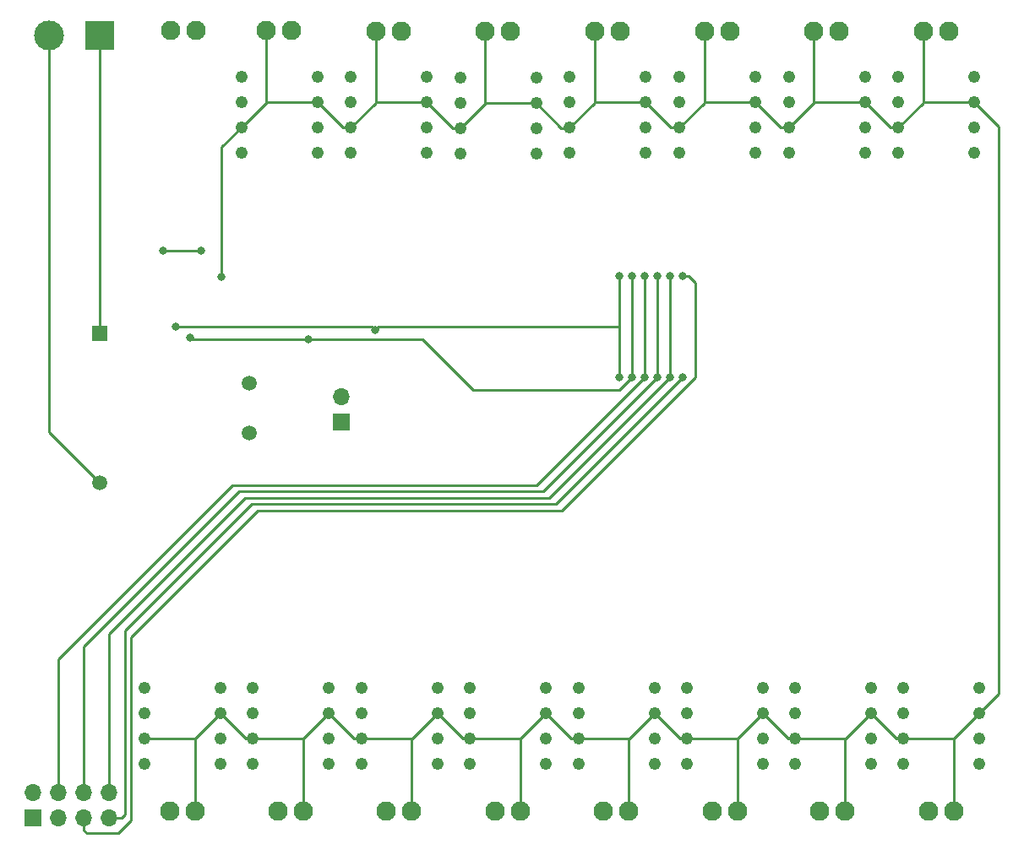
<source format=gbr>
%TF.GenerationSoftware,KiCad,Pcbnew,(7.0.0-0)*%
%TF.CreationDate,2023-02-21T10:25:41+01:00*%
%TF.ProjectId,epanel-energy-monitor,6570616e-656c-42d6-956e-657267792d6d,rev?*%
%TF.SameCoordinates,Original*%
%TF.FileFunction,Copper,L2,Bot*%
%TF.FilePolarity,Positive*%
%FSLAX46Y46*%
G04 Gerber Fmt 4.6, Leading zero omitted, Abs format (unit mm)*
G04 Created by KiCad (PCBNEW (7.0.0-0)) date 2023-02-21 10:25:41*
%MOMM*%
%LPD*%
G01*
G04 APERTURE LIST*
%TA.AperFunction,ComponentPad*%
%ADD10C,1.217000*%
%TD*%
%TA.AperFunction,ComponentPad*%
%ADD11C,1.950000*%
%TD*%
%TA.AperFunction,ComponentPad*%
%ADD12R,1.700000X1.700000*%
%TD*%
%TA.AperFunction,ComponentPad*%
%ADD13O,1.700000X1.700000*%
%TD*%
%TA.AperFunction,ComponentPad*%
%ADD14R,3.000000X3.000000*%
%TD*%
%TA.AperFunction,ComponentPad*%
%ADD15C,3.000000*%
%TD*%
%TA.AperFunction,ComponentPad*%
%ADD16R,1.500000X1.500000*%
%TD*%
%TA.AperFunction,ComponentPad*%
%ADD17C,1.500000*%
%TD*%
%TA.AperFunction,ViaPad*%
%ADD18C,0.800000*%
%TD*%
%TA.AperFunction,Conductor*%
%ADD19C,0.250000*%
%TD*%
G04 APERTURE END LIST*
D10*
%TO.P,S15,1,pos_3*%
%TO.N,Net-(R98-Pad2)*%
X192310189Y-103541900D03*
%TO.P,S15,2,pos_2*%
%TO.N,Net-(R97-Pad2)*%
X192310189Y-106081900D03*
%TO.P,S15,3,Common*%
%TO.N,/CT Sensor 1/ZERO*%
X192310189Y-108621900D03*
%TO.P,S15,4,pos_1*%
%TO.N,Net-(R96-Pad2)*%
X192310189Y-111161900D03*
%TO.P,S15,5,NC*%
%TO.N,unconnected-(S15-Pad5)*%
X199930189Y-103541900D03*
%TO.P,S15,6,Common*%
%TO.N,/CT Sensor 1/ZERO*%
X199930189Y-106081900D03*
%TO.P,S15,7,pos_5*%
%TO.N,Net-(R100-Pad2)*%
X199930189Y-108621900D03*
%TO.P,S15,8,pos_4*%
%TO.N,Net-(R99-Pad2)*%
X199930189Y-111161900D03*
%TD*%
D11*
%TO.P,J15,1,Pin_1*%
%TO.N,Net-(J15-Pad1)*%
X151374869Y-115873280D03*
%TO.P,J15,2,Pin_2*%
%TO.N,/CT Sensor 1/ZERO*%
X153914869Y-115873280D03*
%TD*%
D10*
%TO.P,S12,1,pos_3*%
%TO.N,Net-(R80-Pad2)*%
X159747389Y-103541900D03*
%TO.P,S12,2,pos_2*%
%TO.N,Net-(R79-Pad2)*%
X159747389Y-106081900D03*
%TO.P,S12,3,Common*%
%TO.N,/CT Sensor 1/ZERO*%
X159747389Y-108621900D03*
%TO.P,S12,4,pos_1*%
%TO.N,Net-(R78-Pad2)*%
X159747389Y-111161900D03*
%TO.P,S12,5,NC*%
%TO.N,unconnected-(S12-Pad5)*%
X167367389Y-103541900D03*
%TO.P,S12,6,Common*%
%TO.N,/CT Sensor 1/ZERO*%
X167367389Y-106081900D03*
%TO.P,S12,7,pos_5*%
%TO.N,Net-(R82-Pad2)*%
X167367389Y-108621900D03*
%TO.P,S12,8,pos_4*%
%TO.N,Net-(R81-Pad2)*%
X167367389Y-111161900D03*
%TD*%
%TO.P,S11,1,pos_3*%
%TO.N,Net-(R74-Pad2)*%
X148876189Y-103541900D03*
%TO.P,S11,2,pos_2*%
%TO.N,Net-(R73-Pad2)*%
X148876189Y-106081900D03*
%TO.P,S11,3,Common*%
%TO.N,/CT Sensor 1/ZERO*%
X148876189Y-108621900D03*
%TO.P,S11,4,pos_1*%
%TO.N,Net-(R72-Pad2)*%
X148876189Y-111161900D03*
%TO.P,S11,5,NC*%
%TO.N,unconnected-(S11-Pad5)*%
X156496189Y-103541900D03*
%TO.P,S11,6,Common*%
%TO.N,/CT Sensor 1/ZERO*%
X156496189Y-106081900D03*
%TO.P,S11,7,pos_5*%
%TO.N,Net-(R76-Pad2)*%
X156496189Y-108621900D03*
%TO.P,S11,8,pos_4*%
%TO.N,Net-(R75-Pad2)*%
X156496189Y-111161900D03*
%TD*%
D11*
%TO.P,J5,1,Pin_1*%
%TO.N,Net-(J5-Pad1)*%
X131019600Y-37589600D03*
%TO.P,J5,2,Pin_2*%
%TO.N,/CT Sensor 1/ZERO*%
X128479600Y-37589600D03*
%TD*%
%TO.P,J6,1,Pin_1*%
%TO.N,Net-(J6-Pad1)*%
X141980189Y-37621789D03*
%TO.P,J6,2,Pin_2*%
%TO.N,/CT Sensor 1/ZERO*%
X139440189Y-37621789D03*
%TD*%
D10*
%TO.P,S6,1,pos_3*%
%TO.N,Net-(R44-Pad2)*%
X180835789Y-42246989D03*
%TO.P,S6,2,pos_2*%
%TO.N,Net-(R43-Pad2)*%
X180835789Y-44786989D03*
%TO.P,S6,3,Common*%
%TO.N,/CT Sensor 1/ZERO*%
X180835789Y-47326989D03*
%TO.P,S6,4,pos_1*%
%TO.N,Net-(R42-Pad2)*%
X180835789Y-49866989D03*
%TO.P,S6,5,NC*%
%TO.N,unconnected-(S6-Pad5)*%
X188455789Y-42246989D03*
%TO.P,S6,6,Common*%
%TO.N,/CT Sensor 1/ZERO*%
X188455789Y-44786989D03*
%TO.P,S6,7,pos_5*%
%TO.N,Net-(R46-Pad2)*%
X188455789Y-47326989D03*
%TO.P,S6,8,pos_4*%
%TO.N,Net-(R45-Pad2)*%
X188455789Y-49866989D03*
%TD*%
D11*
%TO.P,J2,1,Pin_1*%
%TO.N,Net-(J2-Pad1)*%
X121412000Y-37541200D03*
%TO.P,J2,2,Pin_2*%
%TO.N,Net-(J2-Pad2)*%
X118872000Y-37541200D03*
%TD*%
%TO.P,J7,1,Pin_1*%
%TO.N,Net-(J7-Pad1)*%
X152952989Y-37672589D03*
%TO.P,J7,2,Pin_2*%
%TO.N,/CT Sensor 1/ZERO*%
X150412989Y-37672589D03*
%TD*%
D10*
%TO.P,S8,1,pos_3*%
%TO.N,Net-(R56-Pad2)*%
X116271720Y-103545820D03*
%TO.P,S8,2,pos_2*%
%TO.N,Net-(R55-Pad2)*%
X116271720Y-106085820D03*
%TO.P,S8,3,Common*%
%TO.N,/CT Sensor 1/ZERO*%
X116271720Y-108625820D03*
%TO.P,S8,4,pos_1*%
%TO.N,Net-(R54-Pad2)*%
X116271720Y-111165820D03*
%TO.P,S8,5,NC*%
%TO.N,unconnected-(S8-Pad5)*%
X123891720Y-103545820D03*
%TO.P,S8,6,Common*%
%TO.N,/CT Sensor 1/ZERO*%
X123891720Y-106085820D03*
%TO.P,S8,7,pos_5*%
%TO.N,Net-(R58-Pad2)*%
X123891720Y-108625820D03*
%TO.P,S8,8,pos_4*%
%TO.N,Net-(R57-Pad2)*%
X123891720Y-111165820D03*
%TD*%
D11*
%TO.P,J11,1,Pin_1*%
%TO.N,Net-(J11-Pad1)*%
X196844189Y-37621789D03*
%TO.P,J11,2,Pin_2*%
%TO.N,/CT Sensor 1/ZERO*%
X194304189Y-37621789D03*
%TD*%
D10*
%TO.P,S1,1,pos_3*%
%TO.N,Net-(R14-Pad2)*%
X125984000Y-42214800D03*
%TO.P,S1,2,pos_2*%
%TO.N,Net-(R13-Pad2)*%
X125984000Y-44754800D03*
%TO.P,S1,3,Common*%
%TO.N,/CT Sensor 1/ZERO*%
X125984000Y-47294800D03*
%TO.P,S1,4,pos_1*%
%TO.N,Net-(R12-Pad2)*%
X125984000Y-49834800D03*
%TO.P,S1,5,NC*%
%TO.N,unconnected-(S1-Pad5)*%
X133604000Y-42214800D03*
%TO.P,S1,6,Common*%
%TO.N,/CT Sensor 1/ZERO*%
X133604000Y-44754800D03*
%TO.P,S1,7,pos_5*%
%TO.N,Net-(R16-Pad2)*%
X133604000Y-47294800D03*
%TO.P,S1,8,pos_4*%
%TO.N,Net-(R15-Pad2)*%
X133604000Y-49834800D03*
%TD*%
%TO.P,S5,1,pos_3*%
%TO.N,Net-(R38-Pad2)*%
X169862989Y-42246989D03*
%TO.P,S5,2,pos_2*%
%TO.N,Net-(R37-Pad2)*%
X169862989Y-44786989D03*
%TO.P,S5,3,Common*%
%TO.N,/CT Sensor 1/ZERO*%
X169862989Y-47326989D03*
%TO.P,S5,4,pos_1*%
%TO.N,Net-(R36-Pad2)*%
X169862989Y-49866989D03*
%TO.P,S5,5,NC*%
%TO.N,unconnected-(S5-Pad5)*%
X177482989Y-42246989D03*
%TO.P,S5,6,Common*%
%TO.N,/CT Sensor 1/ZERO*%
X177482989Y-44786989D03*
%TO.P,S5,7,pos_5*%
%TO.N,Net-(R40-Pad2)*%
X177482989Y-47326989D03*
%TO.P,S5,8,pos_4*%
%TO.N,Net-(R39-Pad2)*%
X177482989Y-49866989D03*
%TD*%
D12*
%TO.P,J1,1,Pin_1*%
%TO.N,+3V3*%
X105079799Y-116535199D03*
D13*
%TO.P,J1,2,Pin_2*%
%TO.N,GND*%
X105079799Y-113995199D03*
%TO.P,J1,3,Pin_3*%
%TO.N,/TIC*%
X107619799Y-116535199D03*
%TO.P,J1,4,Pin_4*%
%TO.N,/SCLK*%
X107619799Y-113995199D03*
%TO.P,J1,5,Pin_5*%
%TO.N,/CS1*%
X110159799Y-116535199D03*
%TO.P,J1,6,Pin_6*%
%TO.N,/MISO*%
X110159799Y-113995199D03*
%TO.P,J1,7,Pin_7*%
%TO.N,/CS2*%
X112699799Y-116535199D03*
%TO.P,J1,8,Pin_8*%
%TO.N,/MOSI*%
X112699799Y-113995199D03*
%TD*%
D10*
%TO.P,S3,1,pos_3*%
%TO.N,Net-(R26-Pad2)*%
X147917389Y-42297789D03*
%TO.P,S3,2,pos_2*%
%TO.N,Net-(R25-Pad2)*%
X147917389Y-44837789D03*
%TO.P,S3,3,Common*%
%TO.N,/CT Sensor 1/ZERO*%
X147917389Y-47377789D03*
%TO.P,S3,4,pos_1*%
%TO.N,Net-(R24-Pad2)*%
X147917389Y-49917789D03*
%TO.P,S3,5,NC*%
%TO.N,unconnected-(S3-Pad5)*%
X155537389Y-42297789D03*
%TO.P,S3,6,Common*%
%TO.N,/CT Sensor 1/ZERO*%
X155537389Y-44837789D03*
%TO.P,S3,7,pos_5*%
%TO.N,Net-(R28-Pad2)*%
X155537389Y-47377789D03*
%TO.P,S3,8,pos_4*%
%TO.N,Net-(R27-Pad2)*%
X155537389Y-49917789D03*
%TD*%
%TO.P,S4,1,pos_3*%
%TO.N,Net-(R32-Pad2)*%
X158890189Y-42246989D03*
%TO.P,S4,2,pos_2*%
%TO.N,Net-(R31-Pad2)*%
X158890189Y-44786989D03*
%TO.P,S4,3,Common*%
%TO.N,/CT Sensor 1/ZERO*%
X158890189Y-47326989D03*
%TO.P,S4,4,pos_1*%
%TO.N,Net-(R30-Pad2)*%
X158890189Y-49866989D03*
%TO.P,S4,5,NC*%
%TO.N,unconnected-(S4-Pad5)*%
X166510189Y-42246989D03*
%TO.P,S4,6,Common*%
%TO.N,/CT Sensor 1/ZERO*%
X166510189Y-44786989D03*
%TO.P,S4,7,pos_5*%
%TO.N,Net-(R34-Pad2)*%
X166510189Y-47326989D03*
%TO.P,S4,8,pos_4*%
%TO.N,Net-(R33-Pad2)*%
X166510189Y-49866989D03*
%TD*%
D11*
%TO.P,J8,1,Pin_1*%
%TO.N,Net-(J8-Pad1)*%
X163925789Y-37621789D03*
%TO.P,J8,2,Pin_2*%
%TO.N,/CT Sensor 1/ZERO*%
X161385789Y-37621789D03*
%TD*%
%TO.P,J9,1,Pin_1*%
%TO.N,Net-(J9-Pad1)*%
X174898589Y-37621789D03*
%TO.P,J9,2,Pin_2*%
%TO.N,/CT Sensor 1/ZERO*%
X172358589Y-37621789D03*
%TD*%
D10*
%TO.P,S7,1,pos_3*%
%TO.N,Net-(R50-Pad2)*%
X191808589Y-42246989D03*
%TO.P,S7,2,pos_2*%
%TO.N,Net-(R49-Pad2)*%
X191808589Y-44786989D03*
%TO.P,S7,3,Common*%
%TO.N,/CT Sensor 1/ZERO*%
X191808589Y-47326989D03*
%TO.P,S7,4,pos_1*%
%TO.N,Net-(R48-Pad2)*%
X191808589Y-49866989D03*
%TO.P,S7,5,NC*%
%TO.N,unconnected-(S7-Pad5)*%
X199428589Y-42246989D03*
%TO.P,S7,6,Common*%
%TO.N,/CT Sensor 1/ZERO*%
X199428589Y-44786989D03*
%TO.P,S7,7,pos_5*%
%TO.N,Net-(R52-Pad2)*%
X199428589Y-47326989D03*
%TO.P,S7,8,pos_4*%
%TO.N,Net-(R51-Pad2)*%
X199428589Y-49866989D03*
%TD*%
%TO.P,S2,1,pos_3*%
%TO.N,Net-(R20-Pad2)*%
X136944589Y-42246989D03*
%TO.P,S2,2,pos_2*%
%TO.N,Net-(R19-Pad2)*%
X136944589Y-44786989D03*
%TO.P,S2,3,Common*%
%TO.N,/CT Sensor 1/ZERO*%
X136944589Y-47326989D03*
%TO.P,S2,4,pos_1*%
%TO.N,Net-(R18-Pad2)*%
X136944589Y-49866989D03*
%TO.P,S2,5,NC*%
%TO.N,unconnected-(S2-Pad5)*%
X144564589Y-42246989D03*
%TO.P,S2,6,Common*%
%TO.N,/CT Sensor 1/ZERO*%
X144564589Y-44786989D03*
%TO.P,S2,7,pos_5*%
%TO.N,Net-(R22-Pad2)*%
X144564589Y-47326989D03*
%TO.P,S2,8,pos_4*%
%TO.N,Net-(R21-Pad2)*%
X144564589Y-49866989D03*
%TD*%
D11*
%TO.P,J14,1,Pin_1*%
%TO.N,Net-(J14-Pad1)*%
X140503669Y-115873280D03*
%TO.P,J14,2,Pin_2*%
%TO.N,/CT Sensor 1/ZERO*%
X143043669Y-115873280D03*
%TD*%
%TO.P,J16,1,Pin_1*%
%TO.N,Net-(J16-Pad1)*%
X162246069Y-115873280D03*
%TO.P,J16,2,Pin_2*%
%TO.N,/CT Sensor 1/ZERO*%
X164786069Y-115873280D03*
%TD*%
D10*
%TO.P,S13,1,pos_3*%
%TO.N,Net-(R86-Pad2)*%
X170618589Y-103541900D03*
%TO.P,S13,2,pos_2*%
%TO.N,Net-(R85-Pad2)*%
X170618589Y-106081900D03*
%TO.P,S13,3,Common*%
%TO.N,/CT Sensor 1/ZERO*%
X170618589Y-108621900D03*
%TO.P,S13,4,pos_1*%
%TO.N,Net-(R84-Pad2)*%
X170618589Y-111161900D03*
%TO.P,S13,5,NC*%
%TO.N,unconnected-(S13-Pad5)*%
X178238589Y-103541900D03*
%TO.P,S13,6,Common*%
%TO.N,/CT Sensor 1/ZERO*%
X178238589Y-106081900D03*
%TO.P,S13,7,pos_5*%
%TO.N,Net-(R88-Pad2)*%
X178238589Y-108621900D03*
%TO.P,S13,8,pos_4*%
%TO.N,Net-(R87-Pad2)*%
X178238589Y-111161900D03*
%TD*%
%TO.P,S9,1,pos_3*%
%TO.N,Net-(R62-Pad2)*%
X127133789Y-103541900D03*
%TO.P,S9,2,pos_2*%
%TO.N,Net-(R61-Pad2)*%
X127133789Y-106081900D03*
%TO.P,S9,3,Common*%
%TO.N,/CT Sensor 1/ZERO*%
X127133789Y-108621900D03*
%TO.P,S9,4,pos_1*%
%TO.N,Net-(R60-Pad2)*%
X127133789Y-111161900D03*
%TO.P,S9,5,NC*%
%TO.N,unconnected-(S9-Pad5)*%
X134753789Y-103541900D03*
%TO.P,S9,6,Common*%
%TO.N,/CT Sensor 1/ZERO*%
X134753789Y-106081900D03*
%TO.P,S9,7,pos_5*%
%TO.N,Net-(R64-Pad2)*%
X134753789Y-108621900D03*
%TO.P,S9,8,pos_4*%
%TO.N,Net-(R63-Pad2)*%
X134753789Y-111161900D03*
%TD*%
D12*
%TO.P,J3,1,Pin_1*%
%TO.N,Net-(J3-Pad1)*%
X135987499Y-76834999D03*
D13*
%TO.P,J3,2,Pin_2*%
%TO.N,/CT Sensor 1/ZERO*%
X135987499Y-74294999D03*
%TD*%
D14*
%TO.P,J4,1,Pin_1*%
%TO.N,Net-(J4-Pad1)*%
X111759999Y-38099999D03*
D15*
%TO.P,J4,2,Pin_2*%
%TO.N,Net-(J4-Pad2)*%
X106680000Y-38100000D03*
%TD*%
D10*
%TO.P,S10,1,pos_3*%
%TO.N,Net-(R68-Pad2)*%
X138004989Y-103541900D03*
%TO.P,S10,2,pos_2*%
%TO.N,Net-(R67-Pad2)*%
X138004989Y-106081900D03*
%TO.P,S10,3,Common*%
%TO.N,/CT Sensor 1/ZERO*%
X138004989Y-108621900D03*
%TO.P,S10,4,pos_1*%
%TO.N,Net-(R66-Pad2)*%
X138004989Y-111161900D03*
%TO.P,S10,5,NC*%
%TO.N,unconnected-(S10-Pad5)*%
X145624989Y-103541900D03*
%TO.P,S10,6,Common*%
%TO.N,/CT Sensor 1/ZERO*%
X145624989Y-106081900D03*
%TO.P,S10,7,pos_5*%
%TO.N,Net-(R70-Pad2)*%
X145624989Y-108621900D03*
%TO.P,S10,8,pos_4*%
%TO.N,Net-(R69-Pad2)*%
X145624989Y-111161900D03*
%TD*%
D11*
%TO.P,J10,1,Pin_1*%
%TO.N,Net-(J10-Pad1)*%
X185871389Y-37621789D03*
%TO.P,J10,2,Pin_2*%
%TO.N,/CT Sensor 1/ZERO*%
X183331389Y-37621789D03*
%TD*%
%TO.P,J17,1,Pin_1*%
%TO.N,Net-(J17-Pad1)*%
X173117269Y-115873280D03*
%TO.P,J17,2,Pin_2*%
%TO.N,/CT Sensor 1/ZERO*%
X175657269Y-115873280D03*
%TD*%
%TO.P,J19,1,Pin_1*%
%TO.N,Net-(J19-Pad1)*%
X194808869Y-115873280D03*
%TO.P,J19,2,Pin_2*%
%TO.N,/CT Sensor 1/ZERO*%
X197348869Y-115873280D03*
%TD*%
%TO.P,J12,1,Pin_1*%
%TO.N,Net-(J12-Pad1)*%
X118770400Y-115877200D03*
%TO.P,J12,2,Pin_2*%
%TO.N,/CT Sensor 1/ZERO*%
X121310400Y-115877200D03*
%TD*%
%TO.P,J18,1,Pin_1*%
%TO.N,Net-(J18-Pad1)*%
X183937669Y-115873280D03*
%TO.P,J18,2,Pin_2*%
%TO.N,/CT Sensor 1/ZERO*%
X186477669Y-115873280D03*
%TD*%
D16*
%TO.P,T1,1,AA*%
%TO.N,Net-(J4-Pad1)*%
X111759999Y-67944999D03*
D17*
%TO.P,T1,2,AB*%
%TO.N,Net-(J4-Pad2)*%
X111760000Y-82945000D03*
%TO.P,T1,3,SA*%
%TO.N,/CT Sensor 1/ZERO*%
X126760000Y-72945000D03*
%TO.P,T1,4,SB*%
%TO.N,Net-(J3-Pad1)*%
X126760000Y-77945000D03*
%TD*%
D11*
%TO.P,J13,1,Pin_1*%
%TO.N,Net-(J13-Pad1)*%
X129632469Y-115873280D03*
%TO.P,J13,2,Pin_2*%
%TO.N,/CT Sensor 1/ZERO*%
X132172469Y-115873280D03*
%TD*%
D10*
%TO.P,S14,1,pos_3*%
%TO.N,Net-(R92-Pad2)*%
X181438989Y-103541900D03*
%TO.P,S14,2,pos_2*%
%TO.N,Net-(R91-Pad2)*%
X181438989Y-106081900D03*
%TO.P,S14,3,Common*%
%TO.N,/CT Sensor 1/ZERO*%
X181438989Y-108621900D03*
%TO.P,S14,4,pos_1*%
%TO.N,Net-(R90-Pad2)*%
X181438989Y-111161900D03*
%TO.P,S14,5,NC*%
%TO.N,unconnected-(S14-Pad5)*%
X189058989Y-103541900D03*
%TO.P,S14,6,Common*%
%TO.N,/CT Sensor 1/ZERO*%
X189058989Y-106081900D03*
%TO.P,S14,7,pos_5*%
%TO.N,Net-(R94-Pad2)*%
X189058989Y-108621900D03*
%TO.P,S14,8,pos_4*%
%TO.N,Net-(R93-Pad2)*%
X189058989Y-111161900D03*
%TD*%
D18*
%TO.N,GND*%
X120840000Y-68390000D03*
X165100000Y-72390000D03*
X132715000Y-68580000D03*
X165100000Y-62230000D03*
%TO.N,+3V3*%
X119380000Y-67310000D03*
X139380000Y-67630000D03*
X163830000Y-72390000D03*
X163830000Y-62230000D03*
%TO.N,/TIC*%
X118110000Y-59690000D03*
X121920000Y-59690000D03*
%TO.N,/SCLK*%
X166370000Y-62230000D03*
X166370000Y-72390000D03*
%TO.N,/CS1*%
X170180000Y-62230000D03*
%TO.N,/MISO*%
X167640000Y-62230000D03*
X167640000Y-72390000D03*
%TO.N,/CS2*%
X170180000Y-72390000D03*
%TO.N,/MOSI*%
X168910000Y-62230000D03*
X168910000Y-72390000D03*
%TO.N,/CT Sensor 1/ZERO*%
X124002800Y-62280800D03*
%TD*%
D19*
%TO.N,GND*%
X121030000Y-68580000D02*
X120840000Y-68390000D01*
X144145000Y-68580000D02*
X132715000Y-68580000D01*
X163830000Y-73660000D02*
X149225000Y-73660000D01*
X165100000Y-72390000D02*
X163830000Y-73660000D01*
X132715000Y-68580000D02*
X121030000Y-68580000D01*
X165100000Y-62230000D02*
X165100000Y-72390000D01*
X149225000Y-73660000D02*
X144145000Y-68580000D01*
%TO.N,+3V3*%
X163830000Y-62230000D02*
X163830000Y-67310000D01*
X163830000Y-67310000D02*
X139700000Y-67310000D01*
X163830000Y-67310000D02*
X163830000Y-72390000D01*
X119380000Y-67310000D02*
X139060000Y-67310000D01*
X139380000Y-67630000D02*
X139060000Y-67310000D01*
X139700000Y-67310000D02*
X139380000Y-67630000D01*
%TO.N,/TIC*%
X118110000Y-59690000D02*
X121920000Y-59690000D01*
%TO.N,/SCLK*%
X166370000Y-62230000D02*
X166370000Y-72390000D01*
X166370000Y-72390000D02*
X155575000Y-83185000D01*
X155575000Y-83185000D02*
X125095000Y-83185000D01*
X125095000Y-83185000D02*
X107619800Y-100660200D01*
X107619800Y-100660200D02*
X107619800Y-113995200D01*
%TO.N,/CS1*%
X170815000Y-62230000D02*
X170180000Y-62230000D01*
X113665000Y-118110000D02*
X114935000Y-116840000D01*
X114935000Y-98425000D02*
X127635000Y-85725000D01*
X158115000Y-85725000D02*
X171450000Y-72390000D01*
X171450000Y-72390000D02*
X171450000Y-62865000D01*
X114935000Y-116840000D02*
X114935000Y-98425000D01*
X110159800Y-117779800D02*
X110490000Y-118110000D01*
X171450000Y-62865000D02*
X170815000Y-62230000D01*
X110159800Y-116535200D02*
X110159800Y-117779800D01*
X110490000Y-118110000D02*
X113665000Y-118110000D01*
X127635000Y-85725000D02*
X158115000Y-85725000D01*
%TO.N,/MISO*%
X167640000Y-62230000D02*
X167640000Y-72390000D01*
X125730000Y-83820000D02*
X110159800Y-99390200D01*
X167640000Y-72390000D02*
X156210000Y-83820000D01*
X156210000Y-83820000D02*
X125730000Y-83820000D01*
X110159800Y-99390200D02*
X110159800Y-113995200D01*
%TO.N,/CS2*%
X127000000Y-85090000D02*
X157480000Y-85090000D01*
X112699800Y-116535200D02*
X113969800Y-116535200D01*
X114300000Y-97790000D02*
X127000000Y-85090000D01*
X113969800Y-116535200D02*
X114300000Y-116205000D01*
X157480000Y-85090000D02*
X170180000Y-72390000D01*
X114300000Y-116205000D02*
X114300000Y-97790000D01*
%TO.N,/MOSI*%
X126365000Y-84455000D02*
X112699800Y-98120200D01*
X168910000Y-72390000D02*
X156845000Y-84455000D01*
X168910000Y-62230000D02*
X168910000Y-72390000D01*
X156845000Y-84455000D02*
X126365000Y-84455000D01*
X112699800Y-98120200D02*
X112699800Y-113995200D01*
%TO.N,Net-(J4-Pad2)*%
X106680000Y-38100000D02*
X106680000Y-77865000D01*
X106680000Y-77865000D02*
X111760000Y-82945000D01*
%TO.N,Net-(J4-Pad1)*%
X111760000Y-38100000D02*
X111760000Y-67945000D01*
%TO.N,/CT Sensor 1/ZERO*%
X158871578Y-47345600D02*
X158890189Y-47326989D01*
X172358589Y-44831389D02*
X169862989Y-47326989D01*
X124002800Y-62280800D02*
X124002800Y-49276000D01*
X161385789Y-37621789D02*
X161385789Y-44831389D01*
X143084989Y-108621900D02*
X145624989Y-106081900D01*
X150457389Y-44837789D02*
X150412989Y-44882189D01*
X177482989Y-44786989D02*
X180022989Y-47326989D01*
X116271720Y-108625820D02*
X121351720Y-108625820D01*
X172358589Y-37621789D02*
X172358589Y-44831389D01*
X181438989Y-108621900D02*
X186518989Y-108621900D01*
X169050189Y-47326989D02*
X169862989Y-47326989D01*
X145624989Y-106081900D02*
X148164989Y-108621900D01*
X124002800Y-49276000D02*
X125984000Y-47294800D01*
X121351720Y-108625820D02*
X123891720Y-106085820D01*
X139440189Y-44831389D02*
X136944589Y-47326989D01*
X133604000Y-44754800D02*
X136176189Y-47326989D01*
X170618589Y-108621900D02*
X175698589Y-108621900D01*
X156496189Y-106081900D02*
X159036189Y-108621900D01*
X186518989Y-108621900D02*
X189058989Y-106081900D01*
X153914869Y-115873280D02*
X153914869Y-108663220D01*
X139484589Y-44786989D02*
X139440189Y-44831389D01*
X197348869Y-115873280D02*
X197348869Y-108663220D01*
X183331389Y-37621789D02*
X183331389Y-44831389D01*
X150412989Y-37672589D02*
X150412989Y-44882189D01*
X121310400Y-115877200D02*
X121310400Y-108667140D01*
X183331389Y-44831389D02*
X180835789Y-47326989D01*
X128479600Y-37589600D02*
X128479600Y-44799200D01*
X150412989Y-44882189D02*
X147917389Y-47377789D01*
X132172469Y-115873280D02*
X132172469Y-108663220D01*
X134753789Y-106081900D02*
X137293789Y-108621900D01*
X175657269Y-115873280D02*
X175657269Y-108663220D01*
X194348589Y-44786989D02*
X194304189Y-44831389D01*
X144564589Y-44786989D02*
X147155389Y-47377789D01*
X133604000Y-44754800D02*
X128524000Y-44754800D01*
X148876189Y-108621900D02*
X153956189Y-108621900D01*
X188455789Y-44786989D02*
X190995789Y-47326989D01*
X139440189Y-37621789D02*
X139440189Y-44831389D01*
X201879200Y-47237600D02*
X201879200Y-104132889D01*
X155537389Y-44837789D02*
X158045200Y-47345600D01*
X123891720Y-106085820D02*
X126427800Y-108621900D01*
X166510189Y-44786989D02*
X169050189Y-47326989D01*
X177482989Y-44786989D02*
X172402989Y-44786989D01*
X183375789Y-44786989D02*
X183331389Y-44831389D01*
X180022989Y-47326989D02*
X180835789Y-47326989D01*
X172402989Y-44786989D02*
X172358589Y-44831389D01*
X143043669Y-115873280D02*
X143043669Y-108663220D01*
X155537389Y-44837789D02*
X150457389Y-44837789D01*
X128524000Y-44754800D02*
X128479600Y-44799200D01*
X180778589Y-108621900D02*
X181438989Y-108621900D01*
X127133789Y-108621900D02*
X132213789Y-108621900D01*
X189058989Y-106081900D02*
X191598989Y-108621900D01*
X161385789Y-44831389D02*
X158890189Y-47326989D01*
X153956189Y-108621900D02*
X156496189Y-106081900D01*
X158045200Y-47345600D02*
X158871578Y-47345600D01*
X126427800Y-108621900D02*
X127133789Y-108621900D01*
X191598989Y-108621900D02*
X192310189Y-108621900D01*
X121310400Y-108667140D02*
X121351720Y-108625820D01*
X166510189Y-44786989D02*
X161430189Y-44786989D01*
X190995789Y-47326989D02*
X191808589Y-47326989D01*
X137293789Y-108621900D02*
X138004989Y-108621900D01*
X132213789Y-108621900D02*
X134753789Y-106081900D01*
X144564589Y-44786989D02*
X139484589Y-44786989D01*
X164827389Y-108621900D02*
X167367389Y-106081900D01*
X201879200Y-104132889D02*
X199930189Y-106081900D01*
X161430189Y-44786989D02*
X161385789Y-44831389D01*
X147155389Y-47377789D02*
X147917389Y-47377789D01*
X128479600Y-44799200D02*
X125984000Y-47294800D01*
X138004989Y-108621900D02*
X143084989Y-108621900D01*
X164786069Y-115873280D02*
X164786069Y-108663220D01*
X188455789Y-44786989D02*
X183375789Y-44786989D01*
X148164989Y-108621900D02*
X148876189Y-108621900D01*
X178238589Y-106081900D02*
X180778589Y-108621900D01*
X175698589Y-108621900D02*
X178238589Y-106081900D01*
X199428589Y-44786989D02*
X194348589Y-44786989D01*
X186477669Y-115873280D02*
X186477669Y-108663220D01*
X199428589Y-44786989D02*
X201879200Y-47237600D01*
X192310189Y-108621900D02*
X197390189Y-108621900D01*
X169907389Y-108621900D02*
X170618589Y-108621900D01*
X159747389Y-108621900D02*
X164827389Y-108621900D01*
X159036189Y-108621900D02*
X159747389Y-108621900D01*
X194304189Y-37621789D02*
X194304189Y-44831389D01*
X197390189Y-108621900D02*
X199930189Y-106081900D01*
X194304189Y-44831389D02*
X191808589Y-47326989D01*
X167367389Y-106081900D02*
X169907389Y-108621900D01*
X136176189Y-47326989D02*
X136944589Y-47326989D01*
%TD*%
M02*

</source>
